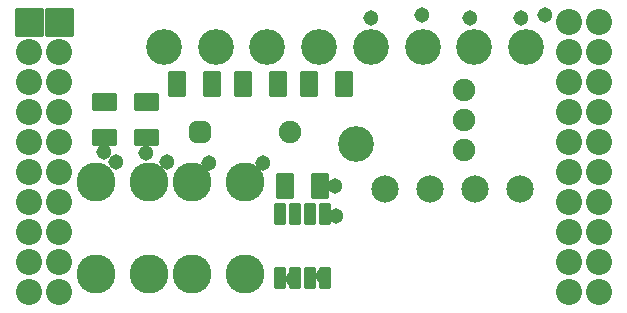
<source format=gbr>
G04 Generated by Ultiboard 13.0 *
%FSLAX25Y25*%
%MOIN*%

%ADD10C,0.00001*%
%ADD11C,0.11900*%
%ADD12C,0.08700*%
%ADD13R,0.08500X0.08500*%
%ADD14C,0.01200*%
%ADD15C,0.13011*%
%ADD16R,0.07087X0.04528*%
%ADD17R,0.02362X0.06102*%
%ADD18C,0.05137*%
%ADD19R,0.04528X0.07087*%
%ADD20C,0.09074*%
%ADD21R,0.02667X0.02667*%
%ADD22C,0.04533*%
%ADD23C,0.07534*%
%ADD24C,0.07499*%


G04 ColorRGB FF00CC for the following layer *
%LNSolder Mask Top*%
%LPD*%
G54D10*
G54D11*
X338772Y246288D03*
X356009Y246288D03*
X373246Y246288D03*
X390483Y246288D03*
X269824Y246288D03*
X287061Y246288D03*
X321535Y246288D03*
X304298Y246288D03*
X334000Y214000D03*
G54D12*
X235000Y244500D03*
X235000Y234500D03*
X235000Y224500D03*
X235000Y214500D03*
X235000Y204500D03*
X235000Y194500D03*
X235000Y184500D03*
X235000Y174500D03*
X235000Y164500D03*
X405000Y244500D03*
X405000Y234500D03*
X405000Y224500D03*
X405000Y214500D03*
X405000Y204500D03*
X405000Y194500D03*
X405000Y184500D03*
X405000Y174500D03*
X405000Y164500D03*
X405000Y254500D03*
X225000Y244500D03*
X225000Y234500D03*
X225000Y164500D03*
X225000Y174500D03*
X225000Y184500D03*
X225000Y194500D03*
X225000Y204500D03*
X225000Y214500D03*
X225000Y224500D03*
X415000Y254500D03*
X415000Y244500D03*
X415000Y234500D03*
X415000Y224500D03*
X415000Y214500D03*
X415000Y204500D03*
X415000Y194500D03*
X415000Y184500D03*
X415000Y174500D03*
X415000Y164500D03*
G54D13*
X225000Y254500D03*
X235000Y254500D03*
G54D14*
X220750Y250250D02*
X229250Y250250D01*
X229250Y258750D01*
X220750Y258750D01*
X220750Y250250D01*D02*
X230750Y250250D02*
X239250Y250250D01*
X239250Y258750D01*
X230750Y258750D01*
X230750Y250250D01*D02*
X246457Y213830D02*
X253543Y213830D01*
X253543Y218358D01*
X246457Y218358D01*
X246457Y213830D01*D02*
X246457Y225642D02*
X253543Y225642D01*
X253543Y230170D01*
X246457Y230170D01*
X246457Y225642D01*D02*
X260457Y213830D02*
X267543Y213830D01*
X267543Y218358D01*
X260457Y218358D01*
X260457Y213830D01*D02*
X260457Y225642D02*
X267543Y225642D01*
X267543Y230170D01*
X260457Y230170D01*
X260457Y225642D01*D02*
X317319Y166319D02*
X319681Y166319D01*
X319681Y172421D01*
X317319Y172421D01*
X317319Y166319D01*D02*
X322319Y166319D02*
X324681Y166319D01*
X324681Y172421D01*
X322319Y172421D01*
X322319Y166319D01*D02*
X307319Y166319D02*
X309681Y166319D01*
X309681Y172421D01*
X307319Y172421D01*
X307319Y166319D01*D02*
X312319Y166319D02*
X314681Y166319D01*
X314681Y172421D01*
X312319Y172421D01*
X312319Y166319D01*D02*
X322319Y187579D02*
X324681Y187579D01*
X324681Y193681D01*
X322319Y193681D01*
X322319Y187579D01*D02*
X317319Y187579D02*
X319681Y187579D01*
X319681Y193681D01*
X317319Y193681D01*
X317319Y187579D01*D02*
X312319Y187579D02*
X314681Y187579D01*
X314681Y193681D01*
X312319Y193681D01*
X312319Y187579D01*D02*
X307319Y187579D02*
X309681Y187579D01*
X309681Y193681D01*
X307319Y193681D01*
X307319Y187579D01*D02*
X315830Y230457D02*
X320358Y230457D01*
X320358Y237543D01*
X315830Y237543D01*
X315830Y230457D01*D02*
X327642Y230457D02*
X332170Y230457D01*
X332170Y237543D01*
X327642Y237543D01*
X327642Y230457D01*D02*
X271830Y230457D02*
X276358Y230457D01*
X276358Y237543D01*
X271830Y237543D01*
X271830Y230457D01*D02*
X283642Y230457D02*
X288170Y230457D01*
X288170Y237543D01*
X283642Y237543D01*
X283642Y230457D01*D02*
X293830Y230457D02*
X298358Y230457D01*
X298358Y237543D01*
X293830Y237543D01*
X293830Y230457D01*D02*
X305642Y230457D02*
X310170Y230457D01*
X310170Y237543D01*
X305642Y237543D01*
X305642Y230457D01*D02*
X319642Y196457D02*
X324170Y196457D01*
X324170Y203543D01*
X319642Y203543D01*
X319642Y196457D01*D02*
X307830Y196457D02*
X312358Y196457D01*
X312358Y203543D01*
X307830Y203543D01*
X307830Y196457D01*D02*
G54D15*
X247142Y170646D03*
X264858Y170646D03*
X247142Y201354D03*
X264858Y201354D03*
X296858Y201354D03*
X279142Y201354D03*
X296858Y170646D03*
X279142Y170646D03*
G54D16*
X250000Y216094D03*
X250000Y227906D03*
X264000Y216094D03*
X264000Y227906D03*
G54D17*
X318500Y169370D03*
X323500Y169370D03*
X308500Y169370D03*
X313500Y169370D03*
X323500Y190630D03*
X318500Y190630D03*
X313500Y190630D03*
X308500Y190630D03*
G54D18*
X253787Y208000D03*
X271000Y208000D03*
X285000Y207606D03*
X303000Y207748D03*
X326782Y200000D03*
X327032Y190000D03*
X250000Y211394D03*
X264000Y211000D03*
X250000Y227906D03*
X285953Y234000D03*
X264000Y227906D03*
X318000Y234000D03*
X296000Y234000D03*
X339000Y256000D03*
X356000Y257000D03*
X372000Y256000D03*
X389000Y256000D03*
X308000Y235000D03*
X313000Y169000D03*
X323000Y170000D03*
X397000Y257000D03*
G54D19*
X318094Y234000D03*
X329906Y234000D03*
X274094Y234000D03*
X285906Y234000D03*
X296094Y234000D03*
X307906Y234000D03*
X321906Y200000D03*
X310094Y200000D03*
G54D20*
X388500Y198961D03*
X373500Y198961D03*
X358500Y198961D03*
X343500Y198961D03*
G54D21*
X282000Y218000D03*
G54D22*
X280667Y216667D02*
X283333Y216667D01*
X283333Y219333D01*
X280667Y219333D01*
X280667Y216667D01*D02*
G54D23*
X312000Y218000D03*
G54D24*
X369961Y232000D03*
X369961Y222000D03*
X369961Y212000D03*

M02*

</source>
